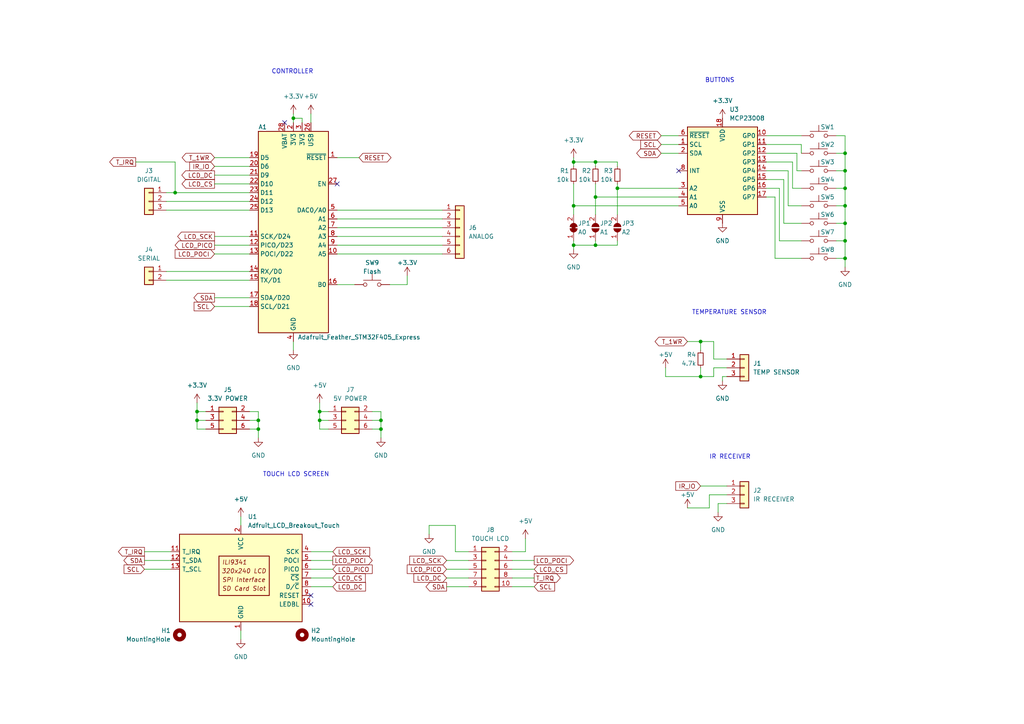
<source format=kicad_sch>
(kicad_sch (version 20211123) (generator eeschema)
  (paper "A4")
  (title_block (title "Deskclock2") (rev "1"))
  (lib_symbols
    (symbol "Connector_Generic:Conn_01x02" (pin_names (offset 1.016) hide)
      (property "Reference" "J" (at 0 2.54 0))
      (property "Value" "Conn_01x02" (at 0 -5.08 0))
      (symbol "Conn_01x02_1_1"
        (rectangle (start -1.27 -2.413) (end 0 -2.667) (stroke (width 0.1524)))
        (rectangle (start -1.27 0.127) (end 0 -0.127) (stroke (width 0.1524)))
        (rectangle (start -1.27 1.27) (end 1.27 -3.81) (stroke (width 0.254)) (fill (type background)))
        (pin passive line (at -5.08 0 0) (length 3.81) (name "Pin_1") (number "1"))
        (pin passive line (at -5.08 -2.54 0) (length 3.81) (name "Pin_2") (number "2"))
      )
    )
    (symbol "Connector_Generic:Conn_01x03" (pin_names (offset 1.016) hide)
      (property "Reference" "J" (at 0 5.08 0))
      (property "Value" "Conn_01x03" (at 0 -5.08 0))
      (symbol "Conn_01x03_1_1"
        (rectangle (start -1.27 -2.413) (end 0 -2.667) (stroke (width 0.1524)))
        (rectangle (start -1.27 0.127) (end 0 -0.127) (stroke (width 0.1524)))
        (rectangle (start -1.27 2.667) (end 0 2.413) (stroke (width 0.1524)))
        (rectangle (start -1.27 3.81) (end 1.27 -3.81) (stroke (width 0.254)) (fill (type background)))
        (pin passive line (at -5.08 2.54 0) (length 3.81) (name "Pin_1") (number "1"))
        (pin passive line (at -5.08 0 0) (length 3.81) (name "Pin_2") (number "2"))
        (pin passive line (at -5.08 -2.54 0) (length 3.81) (name "Pin_3") (number "3"))
      )
    )
    (symbol "Connector_Generic:Conn_01x06" (pin_names (offset 1.016) hide)
      (property "Reference" "J" (at 0 7.62 0))
      (property "Value" "Conn_01x06" (at 0 -10.16 0))
      (symbol "Conn_01x06_1_1"
        (rectangle (start -1.27 -7.493) (end 0 -7.747) (stroke (width 0.1524)))
        (rectangle (start -1.27 -4.953) (end 0 -5.207) (stroke (width 0.1524)))
        (rectangle (start -1.27 -2.413) (end 0 -2.667) (stroke (width 0.1524)))
        (rectangle (start -1.27 0.127) (end 0 -0.127) (stroke (width 0.1524)))
        (rectangle (start -1.27 2.667) (end 0 2.413) (stroke (width 0.1524)))
        (rectangle (start -1.27 5.207) (end 0 4.953) (stroke (width 0.1524)))
        (rectangle (start -1.27 6.35) (end 1.27 -8.89) (stroke (width 0.254)) (fill (type background)))
        (pin passive line (at -5.08 5.08 0) (length 3.81) (name "Pin_1") (number "1"))
        (pin passive line (at -5.08 2.54 0) (length 3.81) (name "Pin_2") (number "2"))
        (pin passive line (at -5.08 0 0) (length 3.81) (name "Pin_3") (number "3"))
        (pin passive line (at -5.08 -2.54 0) (length 3.81) (name "Pin_4") (number "4"))
        (pin passive line (at -5.08 -5.08 0) (length 3.81) (name "Pin_5") (number "5"))
        (pin passive line (at -5.08 -7.62 0) (length 3.81) (name "Pin_6") (number "6"))
      )
    )
    (symbol "Connector_Generic:Conn_02x03_Odd_Even" (pin_names (offset 1.016) hide)
      (property "Reference" "J" (at 1.27 5.08 0))
      (property "Value" "Conn_02x03_Odd_Even" (at 1.27 -5.08 0))
      (symbol "Conn_02x03_Odd_Even_1_1"
        (rectangle (start -1.27 -2.413) (end 0 -2.667) (stroke (width 0.1524)))
        (rectangle (start -1.27 0.127) (end 0 -0.127) (stroke (width 0.1524)))
        (rectangle (start -1.27 2.667) (end 0 2.413) (stroke (width 0.1524)))
        (rectangle (start -1.27 3.81) (end 3.81 -3.81) (stroke (width 0.254)) (fill (type background)))
        (rectangle (start 3.81 -2.413) (end 2.54 -2.667) (stroke (width 0.1524)))
        (rectangle (start 3.81 0.127) (end 2.54 -0.127) (stroke (width 0.1524)))
        (rectangle (start 3.81 2.667) (end 2.54 2.413) (stroke (width 0.1524)))
        (pin passive line (at -5.08 2.54 0) (length 3.81) (name "Pin_1") (number "1"))
        (pin passive line (at 7.62 2.54 180) (length 3.81) (name "Pin_2") (number "2"))
        (pin passive line (at -5.08 0 0) (length 3.81) (name "Pin_3") (number "3"))
        (pin passive line (at 7.62 0 180) (length 3.81) (name "Pin_4") (number "4"))
        (pin passive line (at -5.08 -2.54 0) (length 3.81) (name "Pin_5") (number "5"))
        (pin passive line (at 7.62 -2.54 180) (length 3.81) (name "Pin_6") (number "6"))
      )
    )
    (symbol "Connector_Generic:Conn_02x05_Odd_Even" (pin_names (offset 1.016) hide)
      (property "Reference" "J" (at 1.27 7.62 0))
      (property "Value" "Conn_02x05_Odd_Even" (at 1.27 -7.62 0))
      (symbol "Conn_02x05_Odd_Even_1_1"
        (rectangle (start -1.27 -4.953) (end 0 -5.207) (stroke (width 0.1524)))
        (rectangle (start -1.27 -2.413) (end 0 -2.667) (stroke (width 0.1524)))
        (rectangle (start -1.27 0.127) (end 0 -0.127) (stroke (width 0.1524)))
        (rectangle (start -1.27 2.667) (end 0 2.413) (stroke (width 0.1524)))
        (rectangle (start -1.27 5.207) (end 0 4.953) (stroke (width 0.1524)))
        (rectangle (start -1.27 6.35) (end 3.81 -6.35) (stroke (width 0.254)) (fill (type background)))
        (rectangle (start 3.81 -4.953) (end 2.54 -5.207) (stroke (width 0.1524)))
        (rectangle (start 3.81 -2.413) (end 2.54 -2.667) (stroke (width 0.1524)))
        (rectangle (start 3.81 0.127) (end 2.54 -0.127) (stroke (width 0.1524)))
        (rectangle (start 3.81 2.667) (end 2.54 2.413) (stroke (width 0.1524)))
        (rectangle (start 3.81 5.207) (end 2.54 4.953) (stroke (width 0.1524)))
        (pin passive line (at -5.08 5.08 0) (length 3.81) (name "Pin_1") (number "1"))
        (pin passive line (at 7.62 -5.08 180) (length 3.81) (name "Pin_10") (number "10"))
        (pin passive line (at 7.62 5.08 180) (length 3.81) (name "Pin_2") (number "2"))
        (pin passive line (at -5.08 2.54 0) (length 3.81) (name "Pin_3") (number "3"))
        (pin passive line (at 7.62 2.54 180) (length 3.81) (name "Pin_4") (number "4"))
        (pin passive line (at -5.08 0 0) (length 3.81) (name "Pin_5") (number "5"))
        (pin passive line (at 7.62 0 180) (length 3.81) (name "Pin_6") (number "6"))
        (pin passive line (at -5.08 -2.54 0) (length 3.81) (name "Pin_7") (number "7"))
        (pin passive line (at 7.62 -2.54 180) (length 3.81) (name "Pin_8") (number "8"))
        (pin passive line (at -5.08 -5.08 0) (length 3.81) (name "Pin_9") (number "9"))
      )
    )
    (symbol "Device:R_Small" (pin_numbers hide) (pin_names (offset 0.254) hide)
      (property "Reference" "R" (at 0.762 0.508 0))
      (property "Value" "R_Small" (at 0.762 -1.016 0))
      (symbol "R_Small_0_1"
        (rectangle (start -0.762 1.778) (end 0.762 -1.778) (stroke (width 0.2032)))
      )
      (symbol "R_Small_1_1"
        (pin passive line (at 0 2.54 270) (length 0.762) (name "~") (number "1"))
        (pin passive line (at 0 -2.54 90) (length 0.762) (name "~") (number "2"))
      )
    )
    (symbol "Interface_Expansion:MCP23008-xP"
      (property "Reference" "U" (at -8.89 13.97 0))
      (property "Value" "MCP23008-xP" (at 8.89 13.97 0))
      (symbol "MCP23008-xP_0_1"
        (rectangle (start -10.16 12.7) (end 10.16 -12.7) (stroke (width 0.254)) (fill (type background)))
      )
      (symbol "MCP23008-xP_1_1"
        (pin input line (at -12.7 7.62 0) (length 2.54) (name "SCL") (number "1"))
        (pin bidirectional line (at 12.7 10.16 180) (length 2.54) (name "GP0") (number "10"))
        (pin bidirectional line (at 12.7 7.62 180) (length 2.54) (name "GP1") (number "11"))
        (pin bidirectional line (at 12.7 5.08 180) (length 2.54) (name "GP2") (number "12"))
        (pin bidirectional line (at 12.7 2.54 180) (length 2.54) (name "GP3") (number "13"))
        (pin bidirectional line (at 12.7 0 180) (length 2.54) (name "GP4") (number "14"))
        (pin bidirectional line (at 12.7 -2.54 180) (length 2.54) (name "GP5") (number "15"))
        (pin bidirectional line (at 12.7 -5.08 180) (length 2.54) (name "GP6") (number "16"))
        (pin bidirectional line (at 12.7 -7.62 180) (length 2.54) (name "GP7") (number "17"))
        (pin power_in line (at 0 15.24 270) (length 2.54) (name "VDD") (number "18"))
        (pin bidirectional line (at -12.7 5.08 0) (length 2.54) (name "SDA") (number "2"))
        (pin input line (at -12.7 -5.08 0) (length 2.54) (name "A2") (number "3"))
        (pin input line (at -12.7 -7.62 0) (length 2.54) (name "A1") (number "4"))
        (pin input line (at -12.7 -10.16 0) (length 2.54) (name "A0") (number "5"))
        (pin input line (at -12.7 10.16 0) (length 2.54) (name "~{RESET}") (number "6"))
        (pin no_connect line (at -10.16 -2.54 0) (length 2.54) hide (name "NC") (number "7"))
        (pin output line (at -12.7 0 0) (length 2.54) (name "INT") (number "8"))
        (pin power_in line (at 0 -15.24 90) (length 2.54) (name "VSS") (number "9"))
      )
    )
    (symbol "Jumper:SolderJumper_2_Bridged" (pin_names (offset 0) hide)
      (property "Reference" "JP" (at 0 2.032 0))
      (property "Value" "SolderJumper_2_Bridged" (at 0 -2.54 0))
      (symbol "SolderJumper_2_Bridged_0_1"
        (rectangle (start -0.508 0.508) (end 0.508 -0.508) (fill (type outline)))
        (arc (start -0.254 1.016) (mid -1.27 0) (end -0.254 -1.016))
        (arc (start -0.254 1.016) (mid -1.27 0) (end -0.254 -1.016) (fill (type outline)))
        (polyline (pts (xy -0.254 1.016) (xy -0.254 -1.016)))
        (polyline (pts (xy 0.254 1.016) (xy 0.254 -1.016)))
        (arc (start 0.254 -1.016) (mid 1.27 0) (end 0.254 1.016))
        (arc (start 0.254 -1.016) (mid 1.27 0) (end 0.254 1.016) (fill (type outline)))
      )
      (symbol "SolderJumper_2_Bridged_1_1"
        (pin passive line (at -3.81 0 0) (length 2.54) (name "A") (number "1"))
        (pin passive line (at 3.81 0 180) (length 2.54) (name "B") (number "2"))
      )
    )
    (symbol "Jumper:SolderJumper_2_Open" (pin_names (offset 0) hide)
      (property "Reference" "JP" (at 0 2.032 0))
      (property "Value" "SolderJumper_2_Open" (at 0 -2.54 0))
      (symbol "SolderJumper_2_Open_0_1"
        (arc (start -0.254 1.016) (mid -1.27 0) (end -0.254 -1.016))
        (arc (start -0.254 1.016) (mid -1.27 0) (end -0.254 -1.016) (fill (type outline)))
        (polyline (pts (xy -0.254 1.016) (xy -0.254 -1.016)))
        (polyline (pts (xy 0.254 1.016) (xy 0.254 -1.016)))
        (arc (start 0.254 -1.016) (mid 1.27 0) (end 0.254 1.016))
        (arc (start 0.254 -1.016) (mid 1.27 0) (end 0.254 1.016) (fill (type outline)))
      )
      (symbol "SolderJumper_2_Open_1_1"
        (pin passive line (at -3.81 0 0) (length 2.54) (name "A") (number "1"))
        (pin passive line (at 3.81 0 180) (length 2.54) (name "B") (number "2"))
      )
    )
    (symbol "Mechanical:MountingHole" (pin_names (offset 1.016))
      (property "Reference" "H" (at 0 5.08 0))
      (property "Value" "MountingHole" (at 0 3.175 0))
      (symbol "MountingHole_0_1"
        (circle (center 0 0) (radius 1.27) (stroke (width 1.27)))
      )
    )
    (symbol "Switch:SW_Push" (pin_numbers hide) (pin_names (offset 1.016) hide)
      (property "Reference" "SW" (at 1.27 2.54 0))
      (property "Value" "SW_Push" (at 0 -1.524 0))
      (symbol "SW_Push_0_1"
        (circle (center -2.032 0) (radius 0.508))
        (polyline (pts (xy 0 1.27) (xy 0 3.048)))
        (polyline (pts (xy 2.54 1.27) (xy -2.54 1.27)))
        (circle (center 2.032 0) (radius 0.508))
        (pin passive line (at -5.08 0 0) (length 2.54) (name "1") (number "1"))
        (pin passive line (at 5.08 0 180) (length 2.54) (name "2") (number "2"))
      )
    )
    (symbol "Symbols:Adafruit_Feather_STM32F405_Express"
      (property "Reference" "A" (at -10.16 29.21 0))
      (property "Value" "Adafruit_Feather_STM32F405_Express" (at 2.54 -31.75 0))
      (property "Footprint" "Module:Adafruit_Feather_M0_RFM_WithMountingHoles" (at 2.54 -34.29 0))
      (symbol "Adafruit_Feather_STM32F405_Express_0_1"
        (rectangle (start -10.16 27.94) (end 10.16 -30.48) (stroke (width 0.254)) (fill (type background)))
      )
      (symbol "Adafruit_Feather_STM32F405_Express_1_1"
        (pin input line (at 12.7 20.32 180) (length 2.54) (name "~{RESET}") (number "1"))
        (pin bidirectional line (at 12.7 -7.62 180) (length 2.54) (name "A5") (number "10"))
        (pin bidirectional line (at -12.7 -2.54 0) (length 2.54) (name "SCK/D24") (number "11"))
        (pin bidirectional line (at -12.7 -5.08 0) (length 2.54) (name "PICO/D23") (number "12"))
        (pin bidirectional line (at -12.7 -7.62 0) (length 2.54) (name "POCI/D22") (number "13"))
        (pin bidirectional line (at -12.7 -12.7 0) (length 2.54) (name "RX/D0") (number "14"))
        (pin bidirectional line (at -12.7 -15.24 0) (length 2.54) (name "TX/D1") (number "15"))
        (pin input line (at 12.7 -16.51 180) (length 2.54) (name "B0") (number "16"))
        (pin bidirectional line (at -12.7 -20.32 0) (length 2.54) (name "SDA/D20") (number "17"))
        (pin bidirectional line (at -12.7 -22.86 0) (length 2.54) (name "SCL/D21") (number "18"))
        (pin bidirectional line (at -12.7 20.32 0) (length 2.54) (name "D5") (number "19"))
        (pin power_in line (at 0 30.48 270) (length 2.54) (name "3V3") (number "2"))
        (pin bidirectional line (at -12.7 17.78 0) (length 2.54) (name "D6") (number "20"))
        (pin bidirectional line (at -12.7 15.24 0) (length 2.54) (name "D9") (number "21"))
        (pin bidirectional line (at -12.7 12.7 0) (length 2.54) (name "D10") (number "22"))
        (pin bidirectional line (at -12.7 10.16 0) (length 2.54) (name "D11") (number "23"))
        (pin bidirectional line (at -12.7 7.62 0) (length 2.54) (name "D12") (number "24"))
        (pin bidirectional line (at -12.7 5.08 0) (length 2.54) (name "D13") (number "25"))
        (pin power_in line (at 5.08 30.48 270) (length 2.54) (name "USB") (number "26"))
        (pin input line (at 12.7 12.7 180) (length 2.54) (name "EN") (number "27"))
        (pin power_in line (at -2.54 30.48 270) (length 2.54) (name "VBAT") (number "28"))
        (pin power_in line (at 2.54 30.48 270) (length 2.54) (name "3V3") (number "3"))
        (pin passive line (at 0 -33.02 90) (length 2.54) hide (name "GND") (number "4"))
        (pin power_in line (at 0 -33.02 90) (length 2.54) (name "GND") (number "4"))
        (pin bidirectional line (at 12.7 5.08 180) (length 2.54) (name "DAC0/A0") (number "5"))
        (pin bidirectional line (at 12.7 2.54 180) (length 2.54) (name "A1") (number "6"))
        (pin bidirectional line (at 12.7 0 180) (length 2.54) (name "A2") (number "7"))
        (pin bidirectional line (at 12.7 -2.54 180) (length 2.54) (name "A3") (number "8"))
        (pin bidirectional line (at 12.7 -5.08 180) (length 2.54) (name "A4") (number "9"))
      )
    )
    (symbol "Symbols:Adfruit_LCD_Breakout_Touch" (pin_names (offset 0.762))
      (property "Reference" "U" (at -17.526 13.97 0))
      (property "Value" "Adfruit_LCD_Breakout_Touch" (at 1.905 13.97 0))
      (symbol "Adfruit_LCD_Breakout_Touch_0_0"
        (text "320x240 LCD" (at 0.889 2.032 0) (effects (font (size 1.27 1.27) italic)))
        (text "ILI9341" (at -5.461 4.572 0) (effects (font (size 1.27 1.27) italic) (justify left)))
        (text "SD Card Slot" (at -5.461 -3.048 0) (effects (font (size 1.27 1.27) italic) (justify left)))
        (text "SPI Interface" (at -5.461 -0.508 0) (effects (font (size 1.27 1.27) italic) (justify left)))
      )
      (symbol "Adfruit_LCD_Breakout_Touch_0_1"
        (rectangle (start -17.78 12.7) (end 17.78 -12.7) (stroke (width 0.254)) (fill (type background)))
        (rectangle (start -6.35 6.35) (end 8.255 -5.08) (stroke (width 0.254)))
      )
      (symbol "Adfruit_LCD_Breakout_Touch_1_1"
        (pin power_in line (at 0 -15.24 90) (length 2.54) (name "GND") (number "1"))
        (pin input line (at 20.32 -7.62 180) (length 2.54) (name "LEDBL") (number "10"))
        (pin output line (at -20.32 7.62 0) (length 2.54) (name "T_IRQ") (number "11"))
        (pin bidirectional line (at -20.32 5.08 0) (length 2.54) (name "T_SDA") (number "12"))
        (pin input line (at -20.32 2.54 0) (length 2.54) (name "T_SCL") (number "13"))
        (pin power_in line (at 0 15.24 270) (length 2.54) (name "VCC") (number "2"))
        (pin input line (at 20.32 7.62 180) (length 2.54) (name "SCK") (number "4"))
        (pin output line (at 20.32 5.08 180) (length 2.54) (name "POCI") (number "5"))
        (pin input line (at 20.32 2.54 180) (length 2.54) (name "PICO") (number "6"))
        (pin input line (at 20.32 0 180) (length 2.54) (name "~{CS}") (number "7"))
        (pin input line (at 20.32 -2.54 180) (length 2.54) (name "D/~{C}") (number "8"))
        (pin input line (at 20.32 -5.08 180) (length 2.54) (name "RESET") (number "9"))
      )
    )
    (symbol "power:+3.3V" (power) (pin_names (offset 0))
      (property "Value" "+3.3V" (at 0 3.556 0))
      (symbol "+3.3V_0_1"
        (polyline (pts (xy -0.762 1.27) (xy 0 2.54)))
        (polyline (pts (xy 0 0) (xy 0 2.54)))
        (polyline (pts (xy 0 2.54) (xy 0.762 1.27)))
      )
      (symbol "+3.3V_1_1"
        (pin power_in line (at 0 0 90) (length 0) hide (name "+3.3V") (number "1"))
      )
    )
    (symbol "power:+5V" (power) (pin_names (offset 0))
      (property "Value" "+5V" (at 0 3.556 0))
      (symbol "+5V_0_1"
        (polyline (pts (xy -0.762 1.27) (xy 0 2.54)))
        (polyline (pts (xy 0 0) (xy 0 2.54)))
        (polyline (pts (xy 0 2.54) (xy 0.762 1.27)))
      )
      (symbol "+5V_1_1"
        (pin power_in line (at 0 0 90) (length 0) hide (name "+5V") (number "1"))
      )
    )
    (symbol "power:GND" (power) (pin_names (offset 0))
      (property "Value" "GND" (at 0 -3.81 0))
      (symbol "GND_0_1"
        (polyline (pts (xy 0 0) (xy 0 -1.27) (xy 1.27 -1.27) (xy 0 -2.54) (xy -1.27 -1.27) (xy 0 -1.27)))
      )
      (symbol "GND_1_1"
        (pin power_in line (at 0 0 270) (length 0) hide (name "GND") (number "1"))
      )
    )
  )
  (junction (at 74.93 121.92))
  (junction (at 179.07 54.61))
  (junction (at 92.71 121.92))
  (junction (at 245.11 64.77))
  (junction (at 57.15 121.92))
  (junction (at 110.49 121.92))
  (junction (at 85.09 34.29))
  (junction (at 245.11 54.61))
  (junction (at 166.37 71.12))
  (junction (at 245.11 74.93))
  (junction (at 172.72 71.12))
  (junction (at 110.49 124.46))
  (junction (at 245.11 69.85))
  (junction (at 50.8 55.88))
  (junction (at 57.15 119.38))
  (junction (at 74.93 124.46))
  (junction (at 245.11 59.69))
  (junction (at 172.72 46.99))
  (junction (at 203.2 109.22))
  (junction (at 166.37 46.99))
  (junction (at 172.72 57.15))
  (junction (at 245.11 44.45))
  (junction (at 203.2 99.06))
  (junction (at 166.37 59.69))
  (junction (at 245.11 49.53))
  (junction (at 92.71 119.38))
  (no_connect (at 196.85 49.53))
  (no_connect (at 97.79 53.34))
  (no_connect (at 90.17 172.72))
  (no_connect (at 90.17 175.26))
  (no_connect (at 82.55 35.56))
  (wire (pts (xy 72.39 119.38) (xy 74.93 119.38)))
  (wire (pts (xy 110.49 121.92) (xy 110.49 124.46)))
  (wire (pts (xy 222.25 57.15) (xy 224.79 57.15)))
  (wire (pts (xy 222.25 46.99) (xy 229.87 46.99)))
  (wire (pts (xy 97.79 60.96) (xy 128.27 60.96)))
  (wire (pts (xy 203.2 109.22) (xy 207.01 109.22)))
  (wire (pts (xy 166.37 59.69) (xy 196.85 59.69)))
  (wire (pts (xy 193.04 106.68) (xy 193.04 109.22)))
  (wire (pts (xy 166.37 46.99) (xy 166.37 48.26)))
  (wire (pts (xy 62.23 68.58) (xy 72.39 68.58)))
  (wire (pts (xy 90.17 170.18) (xy 96.52 170.18)))
  (wire (pts (xy 179.07 71.12) (xy 172.72 71.12)))
  (wire (pts (xy 72.39 124.46) (xy 74.93 124.46)))
  (wire (pts (xy 85.09 34.29) (xy 85.09 35.56)))
  (wire (pts (xy 92.71 119.38) (xy 95.25 119.38)))
  (wire (pts (xy 245.11 69.85) (xy 245.11 74.93)))
  (wire (pts (xy 48.26 55.88) (xy 50.8 55.88)))
  (wire (pts (xy 48.26 58.42) (xy 72.39 58.42)))
  (wire (pts (xy 135.89 167.64) (xy 129.54 167.64)))
  (wire (pts (xy 90.17 162.56) (xy 96.52 162.56)))
  (wire (pts (xy 191.77 39.37) (xy 196.85 39.37)))
  (wire (pts (xy 208.28 148.59) (xy 208.28 146.05)))
  (wire (pts (xy 191.77 44.45) (xy 196.85 44.45)))
  (wire (pts (xy 172.72 69.85) (xy 172.72 71.12)))
  (wire (pts (xy 97.79 66.04) (xy 128.27 66.04)))
  (wire (pts (xy 245.11 74.93) (xy 245.11 77.47)))
  (wire (pts (xy 95.25 121.92) (xy 92.71 121.92)))
  (wire (pts (xy 222.25 39.37) (xy 232.41 39.37)))
  (wire (pts (xy 97.79 63.5) (xy 128.27 63.5)))
  (wire (pts (xy 57.15 121.92) (xy 57.15 119.38)))
  (wire (pts (xy 222.25 52.07) (xy 227.33 52.07)))
  (wire (pts (xy 107.95 119.38) (xy 110.49 119.38)))
  (wire (pts (xy 229.87 54.61) (xy 232.41 54.61)))
  (wire (pts (xy 57.15 124.46) (xy 57.15 121.92)))
  (wire (pts (xy 227.33 64.77) (xy 232.41 64.77)))
  (wire (pts (xy 92.71 124.46) (xy 92.71 121.92)))
  (wire (pts (xy 166.37 59.69) (xy 166.37 62.23)))
  (wire (pts (xy 107.95 124.46) (xy 110.49 124.46)))
  (wire (pts (xy 210.82 143.51) (xy 205.74 143.51)))
  (wire (pts (xy 62.23 71.12) (xy 72.39 71.12)))
  (wire (pts (xy 107.95 121.92) (xy 110.49 121.92)))
  (wire (pts (xy 87.63 34.29) (xy 85.09 34.29)))
  (wire (pts (xy 97.79 73.66) (xy 128.27 73.66)))
  (wire (pts (xy 242.57 49.53) (xy 245.11 49.53)))
  (wire (pts (xy 69.85 149.86) (xy 69.85 152.4)))
  (wire (pts (xy 118.11 82.55) (xy 118.11 80.01)))
  (wire (pts (xy 224.79 74.93) (xy 232.41 74.93)))
  (wire (pts (xy 228.6 49.53) (xy 228.6 59.69)))
  (wire (pts (xy 90.17 33.02) (xy 90.17 35.56)))
  (wire (pts (xy 222.25 54.61) (xy 226.06 54.61)))
  (wire (pts (xy 245.11 64.77) (xy 245.11 69.85)))
  (wire (pts (xy 62.23 45.72) (xy 72.39 45.72)))
  (wire (pts (xy 242.57 59.69) (xy 245.11 59.69)))
  (wire (pts (xy 135.89 162.56) (xy 129.54 162.56)))
  (wire (pts (xy 152.4 160.02) (xy 148.59 160.02)))
  (wire (pts (xy 222.25 44.45) (xy 231.14 44.45)))
  (wire (pts (xy 59.69 124.46) (xy 57.15 124.46)))
  (wire (pts (xy 132.08 160.02) (xy 135.89 160.02)))
  (wire (pts (xy 224.79 57.15) (xy 224.79 74.93)))
  (wire (pts (xy 226.06 54.61) (xy 226.06 69.85)))
  (wire (pts (xy 166.37 45.72) (xy 166.37 46.99)))
  (wire (pts (xy 74.93 121.92) (xy 74.93 124.46)))
  (wire (pts (xy 242.57 69.85) (xy 245.11 69.85)))
  (wire (pts (xy 85.09 99.06) (xy 85.09 101.6)))
  (wire (pts (xy 179.07 69.85) (xy 179.07 71.12)))
  (wire (pts (xy 222.25 49.53) (xy 228.6 49.53)))
  (wire (pts (xy 207.01 109.22) (xy 207.01 106.68)))
  (wire (pts (xy 135.89 165.1) (xy 129.54 165.1)))
  (wire (pts (xy 245.11 54.61) (xy 245.11 59.69)))
  (wire (pts (xy 222.25 41.91) (xy 232.41 41.91)))
  (wire (pts (xy 231.14 49.53) (xy 232.41 49.53)))
  (wire (pts (xy 132.08 152.4) (xy 132.08 160.02)))
  (wire (pts (xy 97.79 45.72) (xy 104.14 45.72)))
  (wire (pts (xy 90.17 165.1) (xy 96.52 165.1)))
  (wire (pts (xy 199.39 99.06) (xy 203.2 99.06)))
  (wire (pts (xy 207.01 104.14) (xy 210.82 104.14)))
  (wire (pts (xy 62.23 50.8) (xy 72.39 50.8)))
  (wire (pts (xy 85.09 33.02) (xy 85.09 34.29)))
  (wire (pts (xy 152.4 156.21) (xy 152.4 160.02)))
  (wire (pts (xy 203.2 140.97) (xy 210.82 140.97)))
  (wire (pts (xy 148.59 165.1) (xy 154.94 165.1)))
  (wire (pts (xy 50.8 55.88) (xy 72.39 55.88)))
  (wire (pts (xy 62.23 86.36) (xy 72.39 86.36)))
  (wire (pts (xy 209.55 109.22) (xy 210.82 109.22)))
  (wire (pts (xy 209.55 110.49) (xy 209.55 109.22)))
  (wire (pts (xy 245.11 49.53) (xy 245.11 54.61)))
  (wire (pts (xy 95.25 124.46) (xy 92.71 124.46)))
  (wire (pts (xy 245.11 59.69) (xy 245.11 64.77)))
  (wire (pts (xy 199.39 147.32) (xy 205.74 147.32)))
  (wire (pts (xy 242.57 44.45) (xy 245.11 44.45)))
  (wire (pts (xy 172.72 71.12) (xy 166.37 71.12)))
  (wire (pts (xy 92.71 121.92) (xy 92.71 119.38)))
  (wire (pts (xy 113.03 82.55) (xy 118.11 82.55)))
  (wire (pts (xy 154.94 167.64) (xy 148.59 167.64)))
  (wire (pts (xy 245.11 39.37) (xy 245.11 44.45)))
  (wire (pts (xy 179.07 54.61) (xy 179.07 62.23)))
  (wire (pts (xy 72.39 121.92) (xy 74.93 121.92)))
  (wire (pts (xy 172.72 57.15) (xy 196.85 57.15)))
  (wire (pts (xy 50.8 46.99) (xy 50.8 55.88)))
  (wire (pts (xy 166.37 71.12) (xy 166.37 72.39)))
  (wire (pts (xy 124.46 152.4) (xy 124.46 154.94)))
  (wire (pts (xy 87.63 35.56) (xy 87.63 34.29)))
  (wire (pts (xy 203.2 106.68) (xy 203.2 109.22)))
  (wire (pts (xy 90.17 160.02) (xy 96.52 160.02)))
  (wire (pts (xy 62.23 53.34) (xy 72.39 53.34)))
  (wire (pts (xy 179.07 53.34) (xy 179.07 54.61)))
  (wire (pts (xy 97.79 71.12) (xy 128.27 71.12)))
  (wire (pts (xy 62.23 73.66) (xy 72.39 73.66)))
  (wire (pts (xy 227.33 52.07) (xy 227.33 64.77)))
  (wire (pts (xy 72.39 48.26) (xy 62.23 48.26)))
  (wire (pts (xy 74.93 124.46) (xy 74.93 127)))
  (wire (pts (xy 229.87 46.99) (xy 229.87 54.61)))
  (wire (pts (xy 90.17 167.64) (xy 96.52 167.64)))
  (wire (pts (xy 232.41 41.91) (xy 232.41 44.45)))
  (wire (pts (xy 48.26 81.28) (xy 72.39 81.28)))
  (wire (pts (xy 208.28 146.05) (xy 210.82 146.05)))
  (wire (pts (xy 203.2 99.06) (xy 203.2 101.6)))
  (wire (pts (xy 57.15 119.38) (xy 59.69 119.38)))
  (wire (pts (xy 207.01 99.06) (xy 207.01 104.14)))
  (wire (pts (xy 166.37 53.34) (xy 166.37 59.69)))
  (wire (pts (xy 97.79 82.55) (xy 102.87 82.55)))
  (wire (pts (xy 179.07 54.61) (xy 196.85 54.61)))
  (wire (pts (xy 110.49 119.38) (xy 110.49 121.92)))
  (wire (pts (xy 207.01 106.68) (xy 210.82 106.68)))
  (wire (pts (xy 148.59 162.56) (xy 154.94 162.56)))
  (wire (pts (xy 166.37 69.85) (xy 166.37 71.12)))
  (wire (pts (xy 228.6 59.69) (xy 232.41 59.69)))
  (wire (pts (xy 172.72 57.15) (xy 172.72 62.23)))
  (wire (pts (xy 203.2 99.06) (xy 207.01 99.06)))
  (wire (pts (xy 48.26 78.74) (xy 72.39 78.74)))
  (wire (pts (xy 110.49 124.46) (xy 110.49 127)))
  (wire (pts (xy 97.79 68.58) (xy 128.27 68.58)))
  (wire (pts (xy 57.15 116.84) (xy 57.15 119.38)))
  (wire (pts (xy 172.72 46.99) (xy 179.07 46.99)))
  (wire (pts (xy 191.77 41.91) (xy 196.85 41.91)))
  (wire (pts (xy 205.74 143.51) (xy 205.74 147.32)))
  (wire (pts (xy 242.57 74.93) (xy 245.11 74.93)))
  (wire (pts (xy 39.37 46.99) (xy 50.8 46.99)))
  (wire (pts (xy 231.14 44.45) (xy 231.14 49.53)))
  (wire (pts (xy 69.85 182.88) (xy 69.85 185.42)))
  (wire (pts (xy 41.91 165.1) (xy 49.53 165.1)))
  (wire (pts (xy 193.04 109.22) (xy 203.2 109.22)))
  (wire (pts (xy 245.11 44.45) (xy 245.11 49.53)))
  (wire (pts (xy 41.91 160.02) (xy 49.53 160.02)))
  (wire (pts (xy 124.46 152.4) (xy 132.08 152.4)))
  (wire (pts (xy 172.72 53.34) (xy 172.72 57.15)))
  (wire (pts (xy 172.72 46.99) (xy 172.72 48.26)))
  (wire (pts (xy 48.26 60.96) (xy 72.39 60.96)))
  (wire (pts (xy 74.93 119.38) (xy 74.93 121.92)))
  (wire (pts (xy 154.94 170.18) (xy 148.59 170.18)))
  (wire (pts (xy 242.57 39.37) (xy 245.11 39.37)))
  (wire (pts (xy 129.54 170.18) (xy 135.89 170.18)))
  (wire (pts (xy 41.91 162.56) (xy 49.53 162.56)))
  (wire (pts (xy 62.23 88.9) (xy 72.39 88.9)))
  (wire (pts (xy 166.37 46.99) (xy 172.72 46.99)))
  (wire (pts (xy 92.71 116.84) (xy 92.71 119.38)))
  (wire (pts (xy 242.57 64.77) (xy 245.11 64.77)))
  (wire (pts (xy 179.07 48.26) (xy 179.07 46.99)))
  (wire (pts (xy 59.69 121.92) (xy 57.15 121.92)))
  (wire (pts (xy 226.06 69.85) (xy 232.41 69.85)))
  (wire (pts (xy 242.57 54.61) (xy 245.11 54.61)))
  (text "TOUCH LCD SCREEN" (at 76.2 138.43 0) (effects (font (size 1.27 1.27)) (justify left bottom)))
  (text "TEMPERATURE SENSOR" (at 200.66 91.44 0) (effects (font (size 1.27 1.27)) (justify left bottom)))
  (text "BUTTONS\n" (at 204.47 24.13 0) (effects (font (size 1.27 1.27)) (justify left bottom)))
  (text "CONTROLLER" (at 78.74 21.59 0) (effects (font (size 1.27 1.27)) (justify left bottom)))
  (text "IR RECEIVER" (at 205.74 133.35 0) (effects (font (size 1.27 1.27)) (justify left bottom)))
  (global_label "T_1WR" (shape bidirectional) (at 62.23 45.72 180) (property "Intersheet References" "${INTERSHEET_REFS}" (effects hide)))
  (global_label "LCD_CS" (shape input) (at 154.94 165.1 0) (property "Intersheet References" "${INTERSHEET_REFS}" (effects hide)))
  (global_label "SDA" (shape output) (at 62.23 86.36 180) (property "Intersheet References" "${INTERSHEET_REFS}" (effects hide)))
  (global_label "T_IRQ" (shape output) (at 39.37 46.99 180) (property "Intersheet References" "${INTERSHEET_REFS}" (effects hide)))
  (global_label "SCL" (shape input) (at 41.91 165.1 180) (property "Intersheet References" "${INTERSHEET_REFS}" (effects hide)))
  (global_label "SCL" (shape input) (at 191.77 41.91 180) (property "Intersheet References" "${INTERSHEET_REFS}" (effects hide)))
  (global_label "SDA" (shape output) (at 129.54 170.18 180) (property "Intersheet References" "${INTERSHEET_REFS}" (effects hide)))
  (global_label "LCD_POCI" (shape output) (at 96.52 162.56 0) (property "Intersheet References" "${INTERSHEET_REFS}" (effects hide)))
  (global_label "LCD_DC" (shape output) (at 62.23 50.8 180) (property "Intersheet References" "${INTERSHEET_REFS}" (effects hide)))
  (global_label "RESET" (shape bidirectional) (at 191.77 39.37 180) (property "Intersheet References" "${INTERSHEET_REFS}" (effects hide)))
  (global_label "SCL" (shape input) (at 154.94 170.18 0) (property "Intersheet References" "${INTERSHEET_REFS}" (effects hide)))
  (global_label "SDA" (shape output) (at 41.91 162.56 180) (property "Intersheet References" "${INTERSHEET_REFS}" (effects hide)))
  (global_label "SCL" (shape input) (at 62.23 88.9 180) (property "Intersheet References" "${INTERSHEET_REFS}" (effects hide)))
  (global_label "LCD_POCI" (shape output) (at 154.94 162.56 0) (property "Intersheet References" "${INTERSHEET_REFS}" (effects hide)))
  (global_label "LCD_POCI" (shape input) (at 62.23 73.66 180) (property "Intersheet References" "${INTERSHEET_REFS}" (effects hide)))
  (global_label "SDA" (shape bidirectional) (at 191.77 44.45 180) (property "Intersheet References" "${INTERSHEET_REFS}" (effects hide)))
  (global_label "T_1WR" (shape bidirectional) (at 199.39 99.06 180) (property "Intersheet References" "${INTERSHEET_REFS}" (effects hide)))
  (global_label "LCD_SCK" (shape input) (at 129.54 162.56 180) (property "Intersheet References" "${INTERSHEET_REFS}" (effects hide)))
  (global_label "T_IRQ" (shape output) (at 154.94 167.64 0) (property "Intersheet References" "${INTERSHEET_REFS}" (effects hide)))
  (global_label "IR_IO" (shape input) (at 62.23 48.26 180) (property "Intersheet References" "${INTERSHEET_REFS}" (effects hide)))
  (global_label "LCD_PICO" (shape output) (at 62.23 71.12 180) (property "Intersheet References" "${INTERSHEET_REFS}" (effects hide)))
  (global_label "LCD_SCK" (shape input) (at 96.52 160.02 0) (property "Intersheet References" "${INTERSHEET_REFS}" (effects hide)))
  (global_label "LCD_CS" (shape input) (at 96.52 167.64 0) (property "Intersheet References" "${INTERSHEET_REFS}" (effects hide)))
  (global_label "LCD_CS" (shape output) (at 62.23 53.34 180) (property "Intersheet References" "${INTERSHEET_REFS}" (effects hide)))
  (global_label "LCD_DC" (shape input) (at 129.54 167.64 180) (property "Intersheet References" "${INTERSHEET_REFS}" (effects hide)))
  (global_label "IR_IO" (shape input) (at 203.2 140.97 180) (property "Intersheet References" "${INTERSHEET_REFS}" (effects hide)))
  (global_label "T_IRQ" (shape output) (at 41.91 160.02 180) (property "Intersheet References" "${INTERSHEET_REFS}" (effects hide)))
  (global_label "LCD_PICO" (shape input) (at 129.54 165.1 180) (property "Intersheet References" "${INTERSHEET_REFS}" (effects hide)))
  (global_label "RESET" (shape bidirectional) (at 104.14 45.72 0) (property "Intersheet References" "${INTERSHEET_REFS}" (effects hide)))
  (global_label "LCD_PICO" (shape input) (at 96.52 165.1 0) (property "Intersheet References" "${INTERSHEET_REFS}" (effects hide)))
  (global_label "LCD_SCK" (shape output) (at 62.23 68.58 180) (property "Intersheet References" "${INTERSHEET_REFS}" (effects hide)))
  (global_label "LCD_DC" (shape input) (at 96.52 170.18 0) (property "Intersheet References" "${INTERSHEET_REFS}" (effects hide)))
  (symbol (lib_id "Switch:SW_Push") (at 237.49 74.93 0) (unit 1)
    (property "Reference" "SW8" (at 240.03 72.39 0))
    (property "Value" "SW_Push" (effects hide))
    (property "Footprint" "Footprints:Kailh_MX_Socket" (effects hide))
  )
  (symbol (lib_id "power:GND") (at 166.37 72.39 0) (unit 1)
    (property "Reference" "#PWR04" (effects hide))
    (property "Value" "GND" (at 166.37 77.47 0))
  )
  (symbol (lib_id "power:GND") (at 245.11 77.47 0) (unit 1)
    (property "Reference" "#PWR07" (effects hide))
    (property "Value" "GND" (at 245.11 82.55 0))
  )
  (symbol (lib_id "power:+3.3V") (at 166.37 45.72 0) (unit 1)
    (property "Reference" "#PWR011" (effects hide))
    (property "Value" "+3.3V" (at 166.37 40.64 0))
  )
  (symbol (lib_id "power:GND") (at 69.85 185.42 0) (unit 1)
    (property "Reference" "#PWR0106" (effects hide))
    (property "Value" "GND" (at 69.85 190.5 0))
  )
  (symbol (lib_id "Switch:SW_Push") (at 107.95 82.55 0) (unit 1)
    (property "Reference" "SW9" (at 107.95 76.2 0))
    (property "Value" "Flash" (at 107.95 78.74 0))
    (property "Footprint" "Button_Switch_THT:SW_PUSH_6mm" (effects hide))
  )
  (symbol (lib_id "Device:R_Small") (at 172.72 50.8 0) (mirror y) (unit 1)
    (property "Reference" "R2" (at 171.45 49.53 0) (effects (justify left)))
    (property "Value" "10k" (at 171.45 52.07 0) (effects (justify left)))
    (property "Footprint" "Resistor_THT:R_Axial_DIN0204_L3.6mm_D1.6mm_P5.08mm_Horizontal" (effects hide))
  )
  (symbol (lib_id "Connector_Generic:Conn_01x02") (at 43.18 78.74 0) (mirror y) (unit 1)
    (property "Reference" "J4" (at 43.18 72.39 0))
    (property "Value" "SERIAL" (at 43.18 74.93 0))
    (property "Footprint" "Connector_PinHeader_2.54mm:PinHeader_1x02_P2.54mm_Vertical" (effects hide))
  )
  (symbol (lib_id "Switch:SW_Push") (at 237.49 69.85 0) (unit 1)
    (property "Reference" "SW7" (at 240.03 67.31 0))
    (property "Value" "SW_Push" (effects hide))
    (property "Footprint" "Footprints:Kailh_MX_Socket" (effects hide))
  )
  (symbol (lib_id "Connector_Generic:Conn_01x03") (at 215.9 143.51 0) (unit 1)
    (property "Reference" "J2" (at 218.44 142.2399 0) (effects (justify left)))
    (property "Value" "IR RECEIVER" (at 218.44 144.7799 0) (effects (justify left)))
    (property "Footprint" "Connector_PinSocket_2.54mm:PinSocket_1x03_P2.54mm_Vertical" (effects hide))
  )
  (symbol (lib_id "Device:R_Small") (at 203.2 104.14 0) (mirror y) (unit 1)
    (property "Reference" "R4" (at 201.93 102.87 0) (effects (justify left)))
    (property "Value" "4.7k" (at 201.93 105.41 0) (effects (justify left)))
    (property "Footprint" "Resistor_THT:R_Axial_DIN0204_L3.6mm_D1.6mm_P5.08mm_Horizontal" (effects hide))
  )
  (symbol (lib_id "power:+5V") (at 90.17 33.02 0) (unit 1)
    (property "Reference" "#PWR0108" (effects hide))
    (property "Value" "+5V" (at 90.17 27.94 0))
  )
  (symbol (lib_id "Mechanical:MountingHole") (at 87.63 184.15 0) (unit 1)
    (property "Reference" "H2" (at 90.17 182.8799 0) (effects (justify left)))
    (property "Value" "MountingHole" (at 90.17 185.4199 0) (effects (justify left)))
    (property "Footprint" "MountingHole:MountingHole_3.2mm_M3_DIN965" (effects hide))
  )
  (symbol (lib_id "power:+5V") (at 92.71 116.84 0) (unit 1)
    (property "Reference" "#PWR05" (effects hide))
    (property "Value" "+5V" (at 92.71 111.76 0))
  )
  (symbol (lib_id "power:+5V") (at 199.39 147.32 0) (unit 1)
    (property "Reference" "#PWR08" (effects hide))
    (property "Value" "+5V" (at 199.39 143.51 0))
  )
  (symbol (lib_id "Switch:SW_Push") (at 237.49 64.77 0) (unit 1)
    (property "Reference" "SW6" (at 240.03 62.23 0))
    (property "Value" "SW_Push" (effects hide))
    (property "Footprint" "Footprints:Kailh_MX_Socket" (effects hide))
  )
  (symbol (lib_id "Switch:SW_Push") (at 237.49 44.45 0) (unit 1)
    (property "Reference" "SW2" (at 240.03 41.91 0))
    (property "Value" "SW_Push" (effects hide))
    (property "Footprint" "Footprints:Kailh_MX_Socket" (effects hide))
  )
  (symbol (lib_id "Switch:SW_Push") (at 237.49 54.61 0) (unit 1)
    (property "Reference" "SW4" (at 240.03 52.07 0))
    (property "Value" "SW_Push" (effects hide))
    (property "Footprint" "Footprints:Kailh_MX_Socket" (effects hide))
  )
  (symbol (lib_id "power:GND") (at 208.28 148.59 0) (unit 1)
    (property "Reference" "#PWR09" (effects hide))
    (property "Value" "GND" (at 208.28 153.67 0))
  )
  (symbol (lib_id "Jumper:SolderJumper_2_Bridged") (at 166.37 66.04 90) (unit 1)
    (property "Reference" "JP1" (at 167.64 64.77 90) (effects (justify right)))
    (property "Value" "A0" (at 167.64 67.31 90) (effects (justify right)))
    (property "Footprint" "Jumper:SolderJumper-2_P1.3mm_Bridged_RoundedPad1.0x1.5mm" (effects hide))
  )
  (symbol (lib_id "Connector_Generic:Conn_01x03") (at 43.18 58.42 0) (mirror y) (unit 1)
    (property "Reference" "J3" (at 43.18 49.53 0))
    (property "Value" "DIGITAL" (at 43.18 52.07 0))
    (property "Footprint" "Connector_PinHeader_2.54mm:PinHeader_1x03_P2.54mm_Vertical" (effects hide))
  )
  (symbol (lib_id "Connector_Generic:Conn_01x06") (at 133.35 66.04 0) (unit 1)
    (property "Reference" "J6" (at 135.89 66.0399 0) (effects (justify left)))
    (property "Value" "ANALOG" (at 135.89 68.5799 0) (effects (justify left)))
    (property "Footprint" "Connector_PinHeader_2.54mm:PinHeader_1x06_P2.54mm_Vertical" (effects hide))
  )
  (symbol (lib_id "power:GND") (at 124.46 154.94 0) (unit 1)
    (property "Reference" "#PWR0102" (effects hide))
    (property "Value" "GND" (at 124.46 160.02 0))
  )
  (symbol (lib_id "Device:R_Small") (at 179.07 50.8 0) (mirror y) (unit 1)
    (property "Reference" "R3" (at 177.8 49.53 0) (effects (justify left)))
    (property "Value" "10k" (at 177.8 52.07 0) (effects (justify left)))
    (property "Footprint" "Resistor_THT:R_Axial_DIN0204_L3.6mm_D1.6mm_P5.08mm_Horizontal" (effects hide))
  )
  (symbol (lib_id "Symbols:Adafruit_Feather_STM32F405_Express") (at 85.09 66.04 0) (unit 1)
    (property "Reference" "A1" (at 74.93 36.83 0) (effects (justify left)))
    (property "Value" "Adafruit_Feather_STM32F405_Express" (at 86.36 97.79 0) (effects (justify left)))
    (property "Footprint" "Module:Adafruit_Feather_M0_RFM_WithMountingHoles" (effects hide))
    (property "Datasheet" "https://cdn-learn.adafruit.com/downloads/pdf/adafruit-feather-m0-express-designed-for-circuit-python-circuitpython.pdf" (effects hide))
  )
  (symbol (lib_id "power:GND") (at 85.09 101.6 0) (unit 1)
    (property "Reference" "#PWR0109" (effects hide))
    (property "Value" "GND" (at 85.09 106.68 0))
  )
  (symbol (lib_id "power:+5V") (at 152.4 156.21 0) (unit 1)
    (property "Reference" "#PWR0103" (effects hide))
    (property "Value" "+5V" (at 152.4 151.13 0))
  )
  (symbol (lib_id "power:GND") (at 110.49 127 0) (unit 1)
    (property "Reference" "#PWR010" (effects hide))
    (property "Value" "GND" (at 110.49 132.08 0))
  )
  (symbol (lib_id "Connector_Generic:Conn_02x03_Odd_Even") (at 100.33 121.92 0) (unit 1)
    (property "Reference" "J7" (at 101.6 113.03 0))
    (property "Value" "5V POWER" (at 101.6 115.57 0))
    (property "Footprint" "Connector_PinHeader_2.54mm:PinHeader_2x03_P2.54mm_Vertical" (effects hide))
  )
  (symbol (lib_id "power:+5V") (at 69.85 149.86 0) (unit 1)
    (property "Reference" "#PWR0105" (effects hide))
    (property "Value" "+5V" (at 69.85 144.78 0))
  )
  (symbol (lib_id "Device:R_Small") (at 166.37 50.8 0) (mirror y) (unit 1)
    (property "Reference" "R1" (at 165.1 49.53 0) (effects (justify left)))
    (property "Value" "10k" (at 165.1 52.07 0) (effects (justify left)))
    (property "Footprint" "Resistor_THT:R_Axial_DIN0204_L3.6mm_D1.6mm_P5.08mm_Horizontal" (effects hide))
  )
  (symbol (lib_id "power:+3.3V") (at 209.55 34.29 0) (unit 1)
    (property "Reference" "#PWR012" (effects hide))
    (property "Value" "+3.3V" (at 209.55 29.21 0))
  )
  (symbol (lib_id "Switch:SW_Push") (at 237.49 59.69 0) (unit 1)
    (property "Reference" "SW5" (at 240.03 57.15 0))
    (property "Value" "SW_Push" (effects hide))
    (property "Footprint" "Footprints:Kailh_MX_Socket" (effects hide))
  )
  (symbol (lib_id "Interface_Expansion:MCP23008-xP") (at 209.55 49.53 0) (unit 1)
    (property "Reference" "U3" (at 211.5694 31.75 0) (effects (justify left)))
    (property "Value" "MCP23008" (at 211.5694 34.29 0) (effects (justify left)))
    (property "Footprint" "Package_DIP:DIP-18_W7.62mm_Socket_LongPads" (effects hide))
    (property "Datasheet" "http://ww1.microchip.com/downloads/en/DeviceDoc/MCP23008-MCP23S08-Data-Sheet-20001919F.pdf" (effects hide))
  )
  (symbol (lib_id "Jumper:SolderJumper_2_Open") (at 172.72 66.04 90) (unit 1)
    (property "Reference" "JP2" (at 173.99 64.77 90) (effects (justify right)))
    (property "Value" "A1" (at 173.99 67.31 90) (effects (justify right)))
    (property "Footprint" "Jumper:SolderJumper-2_P1.3mm_Open_RoundedPad1.0x1.5mm" (effects hide))
  )
  (symbol (lib_id "power:GND") (at 74.93 127 0) (unit 1)
    (property "Reference" "#PWR0101" (effects hide))
    (property "Value" "GND" (at 74.93 132.08 0))
  )
  (symbol (lib_id "Connector_Generic:Conn_02x03_Odd_Even") (at 64.77 121.92 0) (unit 1)
    (property "Reference" "J5" (at 66.04 113.03 0))
    (property "Value" "3.3V POWER" (at 66.04 115.57 0))
    (property "Footprint" "Connector_PinHeader_2.54mm:PinHeader_2x03_P2.54mm_Vertical" (effects hide))
  )
  (symbol (lib_id "power:+3.3V") (at 85.09 33.02 0) (unit 1)
    (property "Reference" "#PWR0107" (effects hide))
    (property "Value" "+3.3V" (at 85.09 27.94 0))
  )
  (symbol (lib_id "Connector_Generic:Conn_01x03") (at 215.9 106.68 0) (unit 1)
    (property "Reference" "J1" (at 218.44 105.4099 0) (effects (justify left)))
    (property "Value" "TEMP SENSOR" (at 218.44 107.9499 0) (effects (justify left)))
    (property "Footprint" "Connector_PinSocket_2.54mm:PinSocket_1x03_P2.54mm_Vertical" (effects hide))
  )
  (symbol (lib_id "Symbols:Adfruit_LCD_Breakout_Touch") (at 69.85 167.64 0) (unit 1)
    (property "Reference" "U1" (at 71.8694 149.86 0) (effects (justify left)))
    (property "Value" "Adfruit_LCD_Breakout_Touch" (at 71.8694 152.4 0) (effects (justify left)))
    (property "Footprint" "Symbol:OSHW-Logo2_9.8x8mm_SilkScreen" (effects hide))
    (property "Datasheet" "https://www.adafruit.com/product/2090" (effects hide))
  )
  (symbol (lib_id "power:+3.3V") (at 57.15 116.84 0) (unit 1)
    (property "Reference" "#PWR03" (effects hide))
    (property "Value" "+3.3V" (at 57.15 111.76 0))
  )
  (symbol (lib_id "power:+5V") (at 193.04 106.68 0) (unit 1)
    (property "Reference" "#PWR01" (effects hide))
    (property "Value" "+5V" (at 193.04 102.87 0))
  )
  (symbol (lib_id "Switch:SW_Push") (at 237.49 39.37 0) (unit 1)
    (property "Reference" "SW1" (at 240.03 36.83 0))
    (property "Value" "SW_Push" (effects hide))
    (property "Footprint" "Footprints:Kailh_MX_Socket" (effects hide))
  )
  (symbol (lib_id "Jumper:SolderJumper_2_Open") (at 179.07 66.04 90) (unit 1)
    (property "Reference" "JP3" (at 180.34 64.77 90) (effects (justify right)))
    (property "Value" "A2" (at 180.34 67.31 90) (effects (justify right)))
    (property "Footprint" "Jumper:SolderJumper-2_P1.3mm_Open_RoundedPad1.0x1.5mm" (effects hide))
  )
  (symbol (lib_id "power:GND") (at 209.55 64.77 0) (unit 1)
    (property "Reference" "#PWR06" (effects hide))
    (property "Value" "GND" (at 209.55 69.85 0))
  )
  (symbol (lib_id "power:+3.3V") (at 118.11 80.01 0) (unit 1)
    (property "Reference" "#PWR0104" (effects hide))
    (property "Value" "+3.3V" (at 118.11 76.2 0))
  )
  (symbol (lib_id "Switch:SW_Push") (at 237.49 49.53 0) (unit 1)
    (property "Reference" "SW3" (at 240.03 46.99 0))
    (property "Value" "SW_Push" (effects hide))
    (property "Footprint" "Footprints:Kailh_MX_Socket" (effects hide))
  )
  (symbol (lib_id "Mechanical:MountingHole") (at 52.07 184.15 0) (unit 1)
    (property "Reference" "H1" (at 49.53 182.88 0) (effects (justify right)))
    (property "Value" "MountingHole" (at 49.53 185.42 0) (effects (justify right)))
    (property "Footprint" "MountingHole:MountingHole_3.2mm_M3_DIN965" (effects hide))
  )
  (symbol (lib_id "Connector_Generic:Conn_02x05_Odd_Even") (at 140.97 165.1 0) (unit 1)
    (property "Reference" "J8" (at 142.24 153.67 0))
    (property "Value" "TOUCH LCD" (at 142.24 156.21 0))
    (property "Footprint" "Connector_PinHeader_2.54mm:PinHeader_2x05_P2.54mm_Vertical" (effects hide))
  )
  (symbol (lib_id "power:GND") (at 209.55 110.49 0) (unit 1)
    (property "Reference" "#PWR02" (effects hide))
    (property "Value" "GND" (at 209.55 115.57 0))
  )
)
</source>
